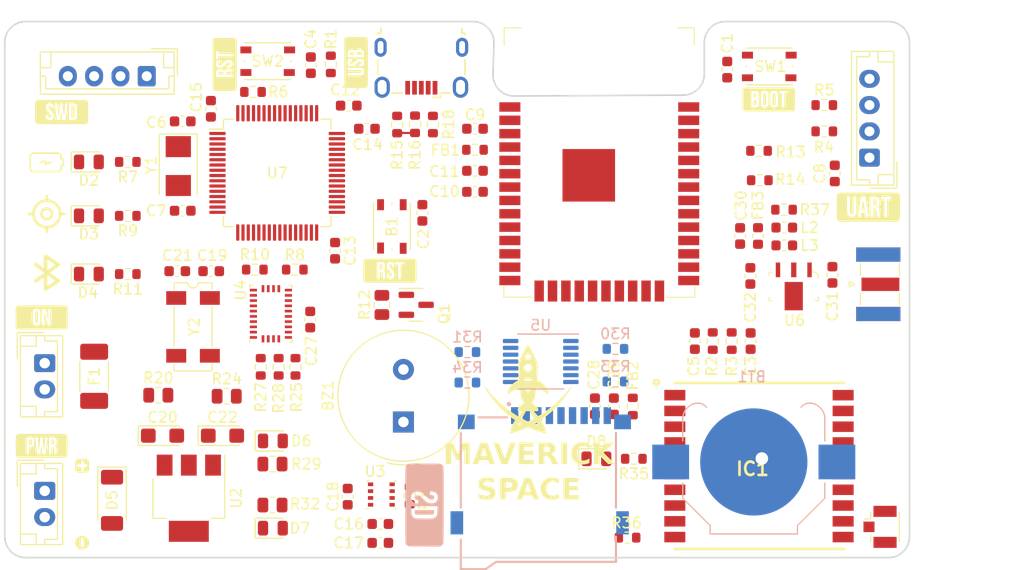
<source format=kicad_pcb>
(kicad_pcb (version 20221018) (generator pcbnew)
  (layers (0 "F.Cu" signal) (1 "In1.Cu" power) (2 "In2.Cu" power) (31 "B.Cu" signal) (36 "B.SilkS" user "B.Silkscreen") (37 "F.SilkS" user "F.Silkscreen") (38 "B.Mask" user) (39 "F.Mask" user) (44 "Edge.Cuts" user))
  (net 0 "")
  (net 1 "Net-(AE1-A)")
  (net 2 "GND")
  (net 3 "Net-(AE2-A)")
  (net 4 "NRST")
  (net 5 "GPS_VBACKUP")
  (net 6 "VDD")
  (net 7 "Net-(BZ1-+)")
  (net 8 "/IO_0")
  (net 9 "SGN_OUT")
  (net 10 "Net-(C3-Pad2)")
  (net 11 "/EN")
  (net 12 "SGN_FILTER")
  (net 13 "OSC_IN")
  (net 14 "OSC_OUT")
  (net 15 "+3.3V")
  (net 16 "Net-(MOD1-3V3)")
  (net 17 "Net-(U4-XOUT32)")
  (net 18 "Net-(U4-XIN32)")
  (net 19 "Net-(U4-CAP)")
  (net 20 "Net-(U6-IN)")
  (net 21 "Net-(U6-OUT)")
  (net 22 "Net-(D2-A)")
  (net 23 "Net-(D3-A)")
  (net 24 "Net-(D4-A)")
  (net 25 "Net-(D5-K)")
  (net 26 "Net-(D5-A)")
  (net 27 "Net-(D6-A)")
  (net 28 "Net-(D7-A)")
  (net 29 "Net-(D8-A)")
  (net 30 "Net-(J3-Pin_1)")
  (net 31 "Net-(IC1-VCC)")
  (net 32 "Net-(FB3-Pad2)")
  (net 34 "/GPS_FIX")
  (net 37 "GPS_RX")
  (net 38 "GPS_TX")
  (net 39 "GPS_PPS")
  (net 46 "/UART_RXD0")
  (net 47 "/UART_TXD0")
  (net 48 "SW_CLK")
  (net 49 "SW_DIO")
  (net 51 "Net-(J5-D-)")
  (net 52 "Net-(J5-D+)")
  (net 54 "/CS_LLS")
  (net 55 "/DI_LLS")
  (net 56 "/SCK_LLS")
  (net 57 "/DO_LLS")
  (net 59 "Net-(L2-Pad2)")
  (net 70 "LED2")
  (net 71 "LED1")
  (net 73 "LED3")
  (net 78 "BAT_LEVEL")
  (net 79 "Net-(MOD1-TXD0)")
  (net 80 "Net-(MOD1-RXD0)")
  (net 85 "Net-(Q1-B)")
  (net 86 "BOOT0")
  (net 87 "I2C1_SCL")
  (net 88 "I2C1_SDA")
  (net 89 "BUZZER")
  (net 90 "I2C2_SCL")
  (net 91 "I2C2_SDA")
  (net 92 "USB+")
  (net 93 "Net-(U3-SDO)")
  (net 94 "USB-")
  (net 95 "Net-(U4-PS0)")
  (net 96 "Net-(U4-PS1)")
  (net 97 "Net-(U4-COM3)")
  (net 98 "MOSI")
  (net 99 "Net-(U5-1A)")
  (net 100 "Net-(U5-4A)")
  (net 101 "SCK")
  (net 102 "Net-(U5-2A)")
  (net 103 "Net-(U5-3A)")
  (net 104 "CS")
  (net 105 "MISO")
  (net 106 "BNO_RST")
  (net 107 "BNO_INT")
  (footprint "Capacitor_SMD:C_0603_1608Metric" (layer "F.Cu") (at 199.6 51.3 90)
    (fp_text reference "C15")
    (fp_text value "100n")
  )
  (footprint "Resistor_SMD:R_0603_1608Metric" (layer "F.Cu") (at 203.6 49.7)
    (fp_text reference "R6")
    (fp_text value "10k")
  )
  (footprint "Crystal:Crystal_SMD_5032-2Pin_5.0x3.2mm" (layer "F.Cu") (at 196.5 56.75 -90)
    (fp_text reference "Y1")
    (fp_text value "8MHz")
  )
  (footprint "MHI_ICONS:BOOT" (layer "F.Cu") (at 252.6 50.4)
    (fp_text reference "G***" hide)
    (fp_text value "LOGO" hide)
  )
  (footprint "Resistor_SMD:R_0603_1608Metric" (layer "F.Cu") (at 224.7 55.2)
    (fp_text reference "FB1")
    (fp_text value "100R")
  )
  (footprint "MHI_ICONS:RST" (layer "F.Cu") (at 216.6 66.7)
    (fp_text reference "G***" hide)
    (fp_text value "LOGO" hide)
  )
  (footprint "Capacitor_SMD:C_0603_1608Metric" (layer "F.Cu") (at 224.7 57.2)
    (fp_text reference "C11")
    (fp_text value "100nF")
  )
  (footprint "Capacitor_SMD:C_0603_1608Metric" (layer "F.Cu") (at 199.625 66.75 180)
    (fp_text reference "C19")
    (fp_text value "22p")
  )
  (footprint "MHI_ICONS:RST" (layer "F.Cu") (at 200.9 47.1 90)
    (fp_text reference "G***" hide)
    (fp_text value "LOGO" hide)
  )
  (footprint "Resistor_SMD:R_0603_1608Metric" (layer "F.Cu") (at 254.075 60.9)
    (fp_text reference "R37")
    (fp_text value "OPS")
  )
  (footprint "Capacitor_SMD:C_0603_1608Metric" (layer "F.Cu") (at 249.9 63.4 -90)
    (fp_text reference "C30")
    (fp_text value "47nF")
  )
  (footprint "Resistor_SMD:R_0603_1608Metric" (layer "F.Cu") (at 239.2 92.1 180)
    (fp_text reference "R36")
    (fp_text value "10K")
  )
  (footprint "MHI_ICONS:gps_icon" (layer "F.Cu") (at 184 61.3)
    (fp_text reference "G***" hide)
    (fp_text value "LOGO" hide)
  )
  (footprint "Resistor_SMD:R_0603_1608Metric" (layer "F.Cu") (at 251.775 58.1 180)
    (fp_text reference "R14")
    (fp_text value "2.2k")
  )
  (footprint "LED_SMD:LED_0805_2012Metric" (layer "F.Cu") (at 205.49 82.9)
    (fp_text reference "D6")
    (fp_text value "GREEN")
  )
  (footprint "Resistor_SMD:R_0603_1608Metric" (layer "F.Cu") (at 207.6375 75.85 90)
    (fp_text reference "R25")
    (fp_text value "10k")
  )
  (footprint "LED_SMD:LED_0805_2012Metric" (layer "F.Cu") (at 188 67.025)
    (fp_text reference "D4")
    (fp_text value "GREEN")
  )
  (footprint "Resistor_SMD:R_0603_1608Metric" (layer "F.Cu") (at 257.9 50.95)
    (fp_text reference "R5")
    (fp_text value "0R")
  )
  (footprint "MHI_ICONS:bt_icon" (layer "F.Cu") (at 183.999664 66.9)
    (fp_text reference "G***" hide)
    (fp_text value "LOGO" hide)
  )
  (footprint "Package_QFP:LQFP-64_10x10mm_P0.5mm" (layer "F.Cu") (at 205.9 57.4)
    (fp_text reference "U7")
    (fp_text value "STM32F446RETx")
  )
  (footprint "Capacitor_SMD:C_0603_1608Metric" (layer "F.Cu") (at 212.7 51)
    (fp_text reference "C12")
    (fp_text value "100n")
  )
  (footprint "digikey-footprints:TO-243AA" (layer "F.Cu") (at 255 68.2 -90)
    (fp_text reference "U6")
    (fp_text value "SKY65017-70LF")
  )
  (footprint "Crystal:Crystal_SMD_SeikoEpson_MC306-4Pin_8.0x3.2mm" (layer "F.Cu") (at 197.9 72.05 -90)
    (fp_text reference "Y2")
    (fp_text value "32.768Khz")
  )
  (footprint "Package_TO_SOT_SMD:SOT-223-3_TabPin2" (layer "F.Cu") (at 197.5 88.35 -90)
    (fp_text reference "U2")
    (fp_text value "AMS1117-3.3")
  )
  (footprint "Capacitor_SMD:C_0603_1608Metric" (layer "F.Cu") (at 248.675 47.575 90)
    (fp_text reference "C1")
    (fp_text value "100nF")
  )
  (footprint "Button_Switch_SMD:SW_Push_1P1T_NO_Vertical_Wuerth_434133025816" (layer "F.Cu") (at 205 46.775)
    (fp_text reference "SW2")
    (fp_text value "RESET")
  )
  (footprint "MHI_ICONS:maverick_logo" (layer "F.Cu") (at 229.8 78.2)
    (fp_text reference "G***" hide)
    (fp_text value "LOGO" hide)
  )
  (footprint "Capacitor_SMD:C_0603_1608Metric" (layer "F.Cu") (at 224.7 53.2 180)
    (fp_text reference "C9")
    (fp_text value "100nF")
  )
  (footprint "Resistor_SMD:R_0603_1608Metric" (layer "F.Cu") (at 220.7 52.8 -90)
    (fp_text reference "R18")
    (fp_text value "1R")
  )
  (footprint "Connector_Coaxial:SMA_Samtec_SMA-J-P-X-ST-EM1_EdgeMount" (layer "F.Cu") (at 263.0375 68 90)
    (fp_text reference "AE2")
    (fp_text value "Antenna_Shield")
  )
  (footprint "Resistor_SMD:R_0603_1608Metric" (layer "F.Cu") (at 217.3 52.8 -90)
    (fp_text reference "R15")
    (fp_text value "1.5k")
  )
  (footprint "Inductor_SMD:L_0603_1608Metric" (layer "F.Cu") (at 251.6 63.4 90)
    (fp_text reference "FB3")
    (fp_text value "1600R")
  )
  (footprint "Resistor_SMD:R_0603_1608Metric" (layer "F.Cu") (at 204.3375 75.85 90)
    (fp_text reference "R27")
    (fp_text value "10k")
  )
  (footprint "Resistor_SMD:R_0805_2012Metric" (layer "F.Cu") (at 205.45 85.1)
    (fp_text reference "R29")
    (fp_text value "1K")
  )
  (footprint "Package_LGA:LGA-28_5.2x3.8mm_P0.5mm" (layer "F.Cu") (at 205.3 70.8 90)
    (fp_text reference "U4")
    (fp_text value "BNO055")
  )
  (footprint "MHI_ICONS:bat_input" (layer "F.Cu") (at 186.5 88.75 90)
    (fp_text reference "REF**")
    (fp_text value "bat_input")
  )
  (footprint "Capacitor_Tantalum_SMD:CP_EIA-3216-18_Kemet-A" (layer "F.Cu") (at 195 82.4)
    (fp_text reference "C20")
    (fp_text value "10uF")
  )
  (footprint "Resistor_SMD:R_0805_2012Metric" (layer "F.Cu") (at 201.1 78.65)
    (fp_text reference "R24")
    (fp_text value "100k")
  )
  (footprint "Button_Switch_SMD:SW_Push_1P1T_NO_Vertical_Wuerth_434133025816" (layer "F.Cu") (at 216.8 62.5 -90)
    (fp_text reference "B1")
    (fp_text value "RESET")
  )
  (footprint "Package_TO_SOT_SMD:SOT-23" (layer "F.Cu") (at 219.1125 69.95)
    (fp_text reference "Q1")
    (fp_text value "BC817")
  )
  (footprint "LED_SMD:LED_0805_2012Metric" (layer "F.Cu") (at 188 61.485)
    (fp_text reference "D3")
    (fp_text value "BLUE")
  )
  (footprint "digikey-footprints:ESP32-WROOM-32D" (layer "F.Cu") (at 236.515 59.385)
    (fp_text reference "MOD1")
    (fp_text value "ESP32-WROOM-32")
  )
  (footprint "MHI_ICONS:PWR" (layer "F.Cu") (at 183.5 83.35)
    (fp_text reference "G***" hide)
    (fp_text value "LOGO" hide)
  )
  (footprint "Capacitor_SMD:C_0603_1608Metric" (layer "F.Cu") (at 250.875 67.2 -90)
    (fp_text reference "C32")
    (fp_text value "47nF")
  )
  (footprint "Resistor_SMD:R_0603_1608Metric" (layer "F.Cu") (at 239.7 79.625 90)
    (fp_text reference "FB2")
    (fp_text value "100R")
  )
  (footprint "MHI_ICONS:USB" (layer "F.Cu") (at 213.4 46.9 90)
    (fp_text reference "G***" hide)
    (fp_text value "LOGO" hide)
  )
  (footprint "MHI_ICONS:SWD" (layer "F.Cu") (at 185.4 51.6)
    (fp_text reference "G***" hide)
    (fp_text value "LOGO" hide)
  )
  (footprint "LED_SMD:LED_0805_2012Metric" (layer "F.Cu") (at 236.2375 84.6)
    (fp_text reference "D8")
    (fp_text value "RED")
  )
  (footprint "MHI_GPS:FGPMMOPA6H" (layer "F.Cu") (at 259.764 77.374)
    (fp_text reference "IC1")
    (fp_text value "FGPMMOPA6H" hide)
  )
  (footprint "Connector_JST:JST_EH_B2B-EH-A_1x02_P2.50mm_Vertical" (layer "F.Cu") (at 183.8 87.65 -90)
    (fp_text reference "J6")
    (fp_text value "Power")
  )
  (footprint "Capacitor_SMD:C_0603_1608Metric" (layer "F.Cu") (at 214.425 53.2 180)
    (fp_text reference "C14")
    (fp_text value "100n")
  )
  (footprint "Capacitor_SMD:C_0603_1608Metric" (layer "F.Cu") (at 258.9 57.45 90)
    (fp_text reference "C8")
    (fp_text value "10uF")
  )
  (footprint "Resistor_SMD:R_0603_1608Metric" (layer "F.Cu") (at 251.7 55.3 180)
    (fp_text reference "R13")
    (fp_text value "2.2k")
  )
  (footprint "Capacitor_SMD:C_0603_1608Metric" (layer "F.Cu") (at 196.92 61 180)
    (fp_text reference "C7")
    (fp_text value "10p")
  )
  (footprint "Resistor_SMD:R_0805_2012Metric" (layer "F.Cu") (at 215.85 69.9625 90)
    (fp_text reference "R12")
    (fp_text value "470R")
  )
  (footprint "Capacitor_SMD:C_0603_1608Metric" (layer "F.Cu") (at 196.4 66.75 180)
    (fp_text reference "C21")
    (fp_text value "22p")
  )
  (footprint "Capacitor_SMD:C_0603_1608Metric" (layer "F.Cu") (at 237.9 79.6 90)
    (fp_text reference "C29")
    (fp_text value "100n")
  )
  (footprint "Resistor_SMD:R_0603_1608Metric" (layer "F.Cu") (at 206.0375 75.85 -90)
    (fp_text reference "R28")
    (fp_text value "10k")
  )
  (footprint "Capacitor_SMD:C_0603_1608Metric" (layer "F.Cu") (at 215.7 92.6 180)
    (fp_text reference "C17")
    (fp_text value "2.2uF")
  )
  (footprint "Connector_USB:USB_Micro-B_Wuerth_629105150521" (layer "F.Cu") (at 219.6 47.4 180)
    (fp_text reference "J5")
    (fp_text value "USB_B_Mini")
  )
  (footprint "Capacitor_SMD:C_0603_1608Metric" (layer "F.Cu") (at 211.4 64.8 -90)
    (fp_text reference "C13")
    (fp_text value "100n")
  )
  (footprint "Capacitor_SMD:C_0603_1608Metric" (layer "F.Cu") (at 209.1 47.15 90)
    (fp_text reference "C4")
    (fp_text value "100nF")
  )
  (footprint "Resistor_SMD:R_0603_1608Metric" (layer "F.Cu") (at 211 47.075 -90)
    (fp_text reference "R1")
    (fp_text value "10k")
  )
  (footprint "Resistor_SMD:R_0603_1608Metric" (layer "F.Cu") (at 191.7 61.485 180)
    (fp_text reference "R9")
    (fp_text value "470R")
  )
  (footprint "Capacitor_SMD:C_0603_1608Metric" (layer "F.Cu") (at 224.7 59.2 180)
    (fp_text reference "C10")
    (fp_text value "10uF")
  )
  (footprint "Capacitor_Tantalum_SMD:CP_EIA-3216-18_Kemet-A" (layer "F.Cu") (at 200.7 82.4)
    (fp_text reference "C22")
    (fp_text value "10uF")
  )
  (footprint "Resistor_SMD:R_0603_1608Metric" (layer "F.Cu") (at 239.8 84.6 180)
    (fp_text reference "R35")
    (fp_text value "470R")
  )
  (footprint "Connector_JST:JST_EH_B2B-EH-A_1x02_P2.50mm_Vertical" (layer "F.Cu") (at 183.8 75.5 -90)
    (fp_text reference "J3")
    (fp_text value "Anahtar")
  )
  (footprint "Resistor_SMD:R_0603_1608Metric" (layer "F.Cu") (at 247.3 73.4 90)
    (fp_text reference "R2")
    (fp_text value "26R")
  )
  (footprint "Capacitor_SMD:C_0603_1608Metric" (layer "F.Cu") (at 215.7 90.8)
    (fp_text reference "C16")
    (fp_text value "100n")
  )
  (footprint "Capacitor_SMD:C_0603_1608Metric" (layer "F.Cu") (at 196.92 52.5 180)
    (fp_text reference "C6")
    (fp_text value "10p")
  )
  (footprint "Capacitor_SMD:C_0603_1608Metric" (layer "F.Cu") (at 236.1 79.6 -90)
    (fp_text reference "C28")
    (fp_text value "2.2uF")
  )
  (footprint "Capacitor_SMD:C_0603_1608Metric" (layer "F.Cu") (at 209.0375 71.35 90)
    (fp_text reference "C27")
    (fp_text value "100n")
  )
  (footprint "LED_SMD:LED_0805_2012Metric" (layer "F.Cu") (at 188 56.355)
    (fp_text reference "D2")
    (fp_text value "RED")
  )
  (footprint "Capacitor_SMD:C_0603_1608Metric" (layer "F.Cu") (at 219.7 61.2 -90)
    (fp_text reference "C2")
    (fp_text value "100n")
  )
  (footprint "Resistor_SMD:R_0603_1608Metric" (layer "F.Cu") (at 207.575 66.6 180)
    (fp_text reference "R8")
    (fp_text value "10k")
  )
  (footprint "MHI_ICONS:bat_icon" (layer "F.Cu") (at 183.963125 56.4)
    (fp_text reference "G***" hide)
    (fp_text value "LOGO" hide)
  )
  (footprint "Resistor_SMD:R_0805_2012Metric" (layer "F.Cu") (at 205.45 89)
    (fp_text reference "R32")
    (fp_text value "10K")
  )
  (footprint "Fuse:Fuse_2010_5025Metric_Pad1.52x2.65mm_HandSolder" (layer "F.Cu") (at 188.5 76.75 -90)
    (fp_text reference "F1")
    (fp_text value "1A")
  )
  (footprint "LED_SMD:LED_0805_2012Metric" (layer "F.Cu") (at 205.49 91.2)
    (fp_text reference "D7")
    (fp_text value "RED")
  )
  (footprint "Inductor_SMD:L_0603_1608Metric" (layer "F.Cu") (at 254.1 62.6)
    (fp_text reference "L2")
    (fp_text value "110nH")
  )
  (footprint "Capacitor_SMD:C_0603_1608Metric" (layer "F.Cu") (at 245.6 73.4 90)
    (fp_text reference "C5")
    (fp_text value "1nF")
  )
  (footprint "Connector_Coaxial:U.FL_Hirose_U.FL-R-SMT-1_Vertical" (layer "F.Cu") (at 263.2 91.075)
    (fp_text reference "AE1")
    (fp_text value "Antenna_Shield")
  )
  (footprint "Resistor_SMD:R_0603_1608Metric" (layer "F.Cu") (at 203.775 66.6)
    (fp_text reference "R10")
    (fp_text value "10k")
  )
  (footprint "MHI_ICONS:ON" (layer "F.Cu") (at 183.5 71.15)
    (fp_text reference "G***" hide)
    (fp_text value "LOGO" hide)
  )
  (footprint "Resistor_SMD:R_0603_1608Metric" (layer "F.Cu") (at 191.7 56.355 180)
    (fp_text reference "R7")
    (fp_text value "470R")
  )
  (footprint "MHI_ICONS:UART" (layer "F.Cu") (at 262.1 60.65)
    (fp_text reference "G***" hide)
    (fp_text value "LOGO" hide)
  )
  (footprint "Resistor_SMD:R_0603_1608Metric" (layer "F.Cu") (at 218.5 88.1 -90)
    (fp_text reference "R17")
    (fp_text value "10k")
  )
  (footprint "Capacitor_SMD:C_0603_1608Metric" (layer "F.Cu") (at 258.675 67.1 90)
    (fp_text reference "C31")
    (fp_text value "47nF")
  )
  (footprint "Buzzer_Beeper:Buzzer_TDK_PS1240P02BT_D12.2mm_H6.5mm" (layer "F.Cu") (at 217.9 81.1 90)
    (fp_text reference "BZ1")
    (fp_text value "Buzzer")
  )
  (footprint "Capacitor_SMD:C_0603_1608Metric" (layer "F.Cu") (at 212.6 88.2 -90)
    (fp_text reference "C18")
    (fp_text value "100n")
  )
  (footprint "Inductor_SMD:L_0603_1608Metric" (layer "F.Cu") (at 254.1 64.3 180)
    (fp_text reference "L3")
    (fp_text value "33nH")
  )
  (footprint "Capacitor_SMD:C_0603_1608Metric" (layer "F.Cu") (at 250.9 73.4 -90)
    (fp_text reference "C3")
    (fp_text value "100nF")
  )
  (footprint "Connector_JST:JST_EH_B4B-EH-A_1x04_P2.50mm_Vertical" (layer "F.Cu") (at 262.2 55.95 90)
    (fp_text reference "J1")
    (fp_text value "SWD")
  )
  (footprint "Resistor_SMD:R_0603_1608Metric" (layer "F.Cu") (at 219 52.775 -90)
    (fp_text reference "R16")
    (fp_text value "1R")
  )
  (footprint "Package_LGA:Bosch_LGA-8_2.5x2.5mm_P0.65mm_ClockwisePinNumbering" (layer "F.Cu") (at 215.8 88 90)
    (fp_text reference "U3")
    (fp_text value "BME280")
  )
  (footprint "Connector_JST:JST_EH_B4B-EH-A_1x04_P2.50mm_Vertical" (layer "F.Cu") (at 193.5 48.2 180)
    (fp_text reference "J2")
    (fp_text value "SWD")
  )
  (footprint "Resistor_SMD:R_0603_1608Metric" (layer "F.Cu") (at 191.7 67.025 180)
    (fp_text reference "R11")
    (fp_text value "470R")
  )
  (footprint "Diode_SMD:D_SOD-128" (layer "F.Cu") (at 190.2 88.55 -90)
    (fp_text reference "D5")
    (fp_text value "1N4007")
  )
  (footprint "Resistor_SMD:R_0805_2012Metric" (layer "F.Cu") (at 194.6 78.55)
    (fp_text reference "R20")
    (fp_text value "680k")
  )
  (footprint "Button_Switch_SMD:SW_Push_1P1T_NO_Vertical_Wuerth_434133025816" (layer "F.Cu") (at 252.675 47.275)
    (fp_text reference "SW1")
    (fp_text value "BOOT")
  )
  (footprint "Resistor_SMD:R_0603_1608Metric" (layer "F.Cu") (at 257.9 53.45)
    (fp_text reference "R4")
    (fp_text value "0R")
  )
  (footprint "Resistor_SMD:R_0603_1608Metric" (layer "F.Cu") (at 249.1 73.4 -90)
    (fp_text reference "R3")
    (fp_text value "0.8R")
  )
  (footprint "MHI_ICONS:SD" (layer "B.Cu") (at 219.9 89 -90)
    (fp_text reference "G***" hide)
    (fp_text value "LOGO" hide)
  )
  (footprint "Resistor_SMD:R_0603_1608Metric" (layer "B.Cu") (at 223.975 74.444 180)
    (fp_text reference "R31")
    (fp_text value "3.3K")
  )
  (footprint "Battery:BatteryHolder_Keystone_3000_1x12mm" (layer "B.Cu") (at 251.2 84.9)
    (fp_text reference "BT1")
    (fp_text value "CR1220")
  )
  (footprint "Resistor_SMD:R_0603_1608Metric" (layer "B.Cu") (at 223.975 77.344 180)
    (fp_text reference "R34")
    (fp_text value "3.3K")
  )
  (footprint "Resistor_SMD:R_0603_1608Metric" (layer "B.Cu") (at 238.05 74.144 180)
    (fp_text reference "R30")
    (fp_text value "3.3K")
  )
  (footprint "Package_SO:TSSOP-14_4.4x5mm_P0.65mm" (layer "B.Cu") (at 230.95 75.344 180)
    (fp_text reference "U5")
    (fp_text value "74LVC125A")
  )
  (footprint "MHI_SD_CARD:L-KLS1-TF-003-H1.85-R" (layer "B.Cu") (at 231.415 82.1 180)
    (fp_text reference "J10")
    (fp_text value "Micro_SD_Card" hide)
  )
  (footprint "Resistor_SMD:R_0603_1608Metric" (layer "B.Cu") (at 238.05 77.244 180)
    (fp_text reference "R33")
    (fp_text value "3.3K")
  )
  (gr_arc (start 264 43) (mid 265.414214 43.585786) (end 266 45) (stroke (width 0.15)) (layer "Edge.Cuts"))
  (gr_arc (start 180 45) (mid 180.585786 43.585786) (end 182 43) (stroke (width 0.15)) (layer "Edge.Cuts"))
  (gr_line (start 246.499999 47.999999) (end 246.5 45) (stroke (width 0.15)) (layer "Edge.Cuts"))
  (gr_line (start 228.414214 50.085786) (end 244.499999 49.999999) (stroke (width 0.15)) (layer "Edge.Cuts"))
  (gr_line (start 180 92) (end 180 45) (stroke (width 0.15)) (layer "Edge.Cuts"))
  (gr_arc (start 228.414214 50.085786) (mid 227 49.5) (end 226.414214 48.085786) (stroke (width 0.15)) (layer "Edge.Cuts"))
  (gr_arc (start 246.5 45) (mid 247.085786 43.585786) (end 248.5 43) (stroke (width 0.15)) (layer "Edge.Cuts"))
  (gr_line (start 226.5 45) (end 226.414214 48.085786) (stroke (width 0.15)) (layer "Edge.Cuts"))
  (gr_line (start 266 45) (end 266 92) (stroke (width 0.15)) (layer "Edge.Cuts"))
  (gr_arc (start 224.5 43) (mid 225.914214 43.585786) (end 226.5 45) (stroke (width 0.15)) (layer "Edge.Cuts"))
  (gr_arc (start 266 92) (mid 265.414214 93.414214) (end 264 94) (stroke (width 0.15)) (layer "Edge.Cuts"))
  (gr_line (start 182 43) (end 224.5 43) (stroke (width 0.15)) (layer "Edge.Cuts"))
  (gr_line (start 248.5 43) (end 264 43) (stroke (width 0.15)) (layer "Edge.Cuts"))
  (gr_arc (start 182 94) (mid 180.585786 93.414214) (end 180 92) (stroke (width 0.15)) (layer "Edge.Cuts"))
  (gr_arc (start 246.499999 47.999999) (mid 245.914213 49.414213) (end 244.499999 49.999999) (stroke (width 0.15)) (layer "Edge.Cuts"))
  (gr_line (start 264 94) (end 182 94) (stroke (width 0.15)) (layer "Edge.Cuts"))
  (gr_text "MAVERICK\nSPACE" (at 229.8 88.8) (layer "F.SilkS") (effects (font (size 2 2) (thickness 0.2) bold) (justify bottom)))
  (segment (start 219 53.6) (end 217.325 53.6) (width 0.2) (layer "F.Cu") (net 92))
  (segment (start 217.325 53.6) (end 217.3 53.625) (width 0.2) (layer "F.Cu") (net 92))
)
</source>
